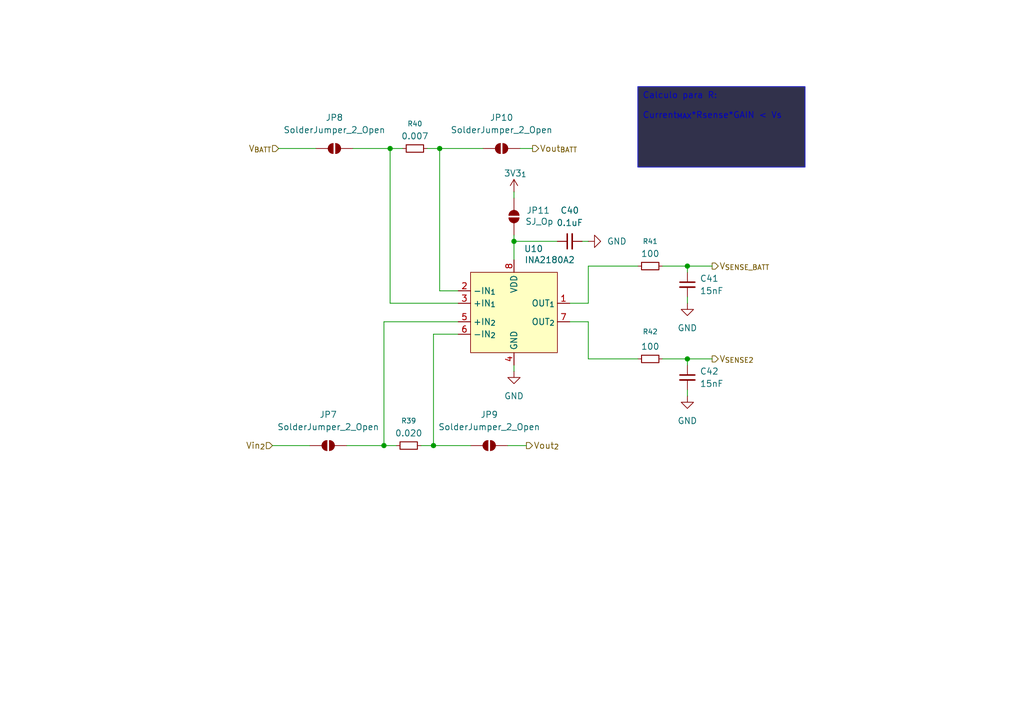
<source format=kicad_sch>
(kicad_sch (version 20250114) (generator "eeschema") (generator_version "9.0")
  (paper "A5")
  (lib_symbols
    (symbol "CompVuelo:INA2180"
      (property "Reference" "U" (at -8.382 9.398 0))
      (property "Value" "INA2180" (at 0 0 0))
      (symbol "INA2180_1_1"
        (rectangle (start -8.89 7.62) (end 8.89 -8.89) (fill (type background)))
        (pin input line (at -11.43 3.81 0) (length 2.54) (name "-IN_{1}") (number "2"))
        (pin input line (at -11.43 1.27 0) (length 2.54) (name "+IN_{1}") (number "3"))
        (pin input line (at -11.43 -2.54 0) (length 2.54) (name "+IN_{2}") (number "5"))
        (pin input line (at -11.43 -5.08 0) (length 2.54) (name "-IN_{2}") (number "6"))
        (pin power_in line (at 0 10.16 270) (length 2.54) (name "VDD") (number "8"))
        (pin passive line (at 0 -11.43 90) (length 2.54) (name "GND") (number "4"))
        (pin output line (at 11.43 1.27 180) (length 2.54) (name "OUT_{1}") (number "1"))
        (pin output line (at 11.43 -2.54 180) (length 2.54) (name "OUT_{2}") (number "7"))
      )
    )
    (symbol "Device:C_Small" (pin_numbers (hide yes)) (pin_names (offset 0.254) (hide yes))
      (property "Reference" "C" (at 0.254 1.778 0))
      (property "Value" "C_Small" (at 0.254 -2.032 0))
      (symbol "C_Small_0_1"
        (polyline (pts (xy -1.524 0.508) (xy 1.524 0.508)) (stroke (width 0.3048)))
        (polyline (pts (xy -1.524 -0.508) (xy 1.524 -0.508)) (stroke (width 0.3302)))
      )
      (symbol "C_Small_1_1"
        (pin passive line (at 0 2.54 270) (length 2.032) (name "~") (number "1"))
        (pin passive line (at 0 -2.54 90) (length 2.032) (name "~") (number "2"))
      )
    )
    (symbol "Device:R_Small" (pin_numbers (hide yes)) (pin_names (offset 0.254) (hide yes))
      (property "Reference" "R" (at 0 0 90))
      (property "Value" "R_Small" (at 1.778 0 90))
      (symbol "R_Small_0_1"
        (rectangle (start -0.762 1.778) (end 0.762 -1.778) (stroke (width 0.2032)))
      )
      (symbol "R_Small_1_1"
        (pin passive line (at 0 2.54 270) (length 0.762) (name "~") (number "1"))
        (pin passive line (at 0 -2.54 90) (length 0.762) (name "~") (number "2"))
      )
    )
    (symbol "Jumper:SolderJumper_2_Open" (pin_numbers (hide yes)) (pin_names (offset 0) (hide yes)) (in_bom no)
      (property "Reference" "JP" (at 0 2.032 0))
      (property "Value" "SolderJumper_2_Open" (at 0 -2.54 0))
      (symbol "SolderJumper_2_Open_0_1"
        (polyline (pts (xy -0.254 1.016) (xy -0.254 -1.016)))
        (arc (start -0.254 -1.016) (mid -1.2656 0) (end -0.254 1.016))
        (arc (start -0.254 -1.016) (mid -1.2656 0) (end -0.254 1.016) (fill (type outline)))
        (arc (start 0.254 1.016) (mid 1.2656 0) (end 0.254 -1.016))
        (arc (start 0.254 1.016) (mid 1.2656 0) (end 0.254 -1.016) (fill (type outline)))
        (polyline (pts (xy 0.254 1.016) (xy 0.254 -1.016)))
      )
      (symbol "SolderJumper_2_Open_1_1"
        (pin passive line (at -3.81 0 0) (length 2.54) (name "A") (number "1"))
        (pin passive line (at 3.81 0 180) (length 2.54) (name "B") (number "2"))
      )
    )
    (symbol "power:+7.5V" (power) (pin_numbers (hide yes)) (pin_names (offset 0) (hide yes))
      (property "Value" "+7.5V" (at 0 3.556 0))
      (symbol "+7.5V_0_1"
        (polyline (pts (xy -0.762 1.27) (xy 0 2.54)))
        (polyline (pts (xy 0 2.54) (xy 0.762 1.27)))
        (polyline (pts (xy 0 0) (xy 0 2.54)))
      )
      (symbol "+7.5V_1_1"
        (pin power_in line (at 0 0 90) (length 0) (name "~") (number "1"))
      )
    )
    (symbol "power:GND" (power) (pin_numbers (hide yes)) (pin_names (offset 0) (hide yes))
      (property "Value" "GND" (at 0 -3.81 0))
      (symbol "GND_0_1"
        (polyline (pts (xy 0 0) (xy 0 -1.27) (xy 1.27 -1.27) (xy 0 -2.54) (xy -1.27 -1.27) (xy 0 -1.27)))
      )
      (symbol "GND_1_1"
        (pin power_in line (at 0 0 270) (length 0) (name "~") (number "1"))
      )
    )
  )
  (text_box "Calculo para R:\n\nCurrent_{MAX}*Rsense*GAIN < Vs\n" (at 130.81 17.78 0) (size 34.29 16.51) (margins 0.9525 0.9525 0.9525 0.9525) (fill (type color) (color 49 49 75 1)) (effects (font (size 1.27 1.27)) (justify left top)))
  (junction (at 90.17 30.48))
  (junction (at 88.9 91.44))
  (junction (at 140.97 73.66))
  (junction (at 80.01 30.48))
  (junction (at 78.74 91.44))
  (junction (at 140.97 54.61))
  (junction (at 105.41 49.53))
  (wire (pts (xy 90.17 30.48) (xy 99.06 30.48)))
  (wire (pts (xy 93.98 62.23) (xy 80.01 62.23)))
  (wire (pts (xy 120.65 73.66) (xy 120.65 66.04)))
  (wire (pts (xy 105.41 76.2) (xy 105.41 74.93)))
  (wire (pts (xy 120.65 62.23) (xy 116.84 62.23)))
  (wire (pts (xy 57.15 30.48) (xy 64.77 30.48)))
  (wire (pts (xy 72.39 30.48) (xy 80.01 30.48)))
  (wire (pts (xy 78.74 91.44) (xy 78.74 66.04)))
  (wire (pts (xy 88.9 68.58) (xy 93.98 68.58)))
  (wire (pts (xy 105.41 49.53) (xy 105.41 53.34)))
  (wire (pts (xy 140.97 74.93) (xy 140.97 73.66)))
  (wire (pts (xy 78.74 91.44) (xy 81.28 91.44)))
  (wire (pts (xy 71.12 91.44) (xy 78.74 91.44)))
  (wire (pts (xy 105.41 39.37) (xy 105.41 40.64)))
  (wire (pts (xy 106.68 30.48) (xy 109.22 30.48)))
  (wire (pts (xy 86.36 91.44) (xy 88.9 91.44)))
  (wire (pts (xy 88.9 91.44) (xy 88.9 68.58)))
  (wire (pts (xy 120.65 49.53) (xy 119.38 49.53)))
  (wire (pts (xy 80.01 62.23) (xy 80.01 30.48)))
  (wire (pts (xy 120.65 66.04) (xy 116.84 66.04)))
  (wire (pts (xy 88.9 91.44) (xy 96.52 91.44)))
  (wire (pts (xy 135.89 54.61) (xy 140.97 54.61)))
  (wire (pts (xy 135.89 73.66) (xy 140.97 73.66)))
  (wire (pts (xy 140.97 55.88) (xy 140.97 54.61)))
  (wire (pts (xy 120.65 73.66) (xy 130.81 73.66)))
  (wire (pts (xy 120.65 54.61) (xy 120.65 62.23)))
  (wire (pts (xy 80.01 30.48) (xy 82.55 30.48)))
  (wire (pts (xy 78.74 66.04) (xy 93.98 66.04)))
  (wire (pts (xy 104.14 91.44) (xy 107.95 91.44)))
  (wire (pts (xy 120.65 54.61) (xy 130.81 54.61)))
  (wire (pts (xy 55.88 91.44) (xy 63.5 91.44)))
  (wire (pts (xy 140.97 54.61) (xy 146.05 54.61)))
  (wire (pts (xy 114.3 49.53) (xy 105.41 49.53)))
  (wire (pts (xy 90.17 59.69) (xy 90.17 30.48)))
  (wire (pts (xy 140.97 81.28) (xy 140.97 80.01)))
  (wire (pts (xy 105.41 48.26) (xy 105.41 49.53)))
  (wire (pts (xy 87.63 30.48) (xy 90.17 30.48)))
  (wire (pts (xy 93.98 59.69) (xy 90.17 59.69)))
  (wire (pts (xy 140.97 73.66) (xy 146.05 73.66)))
  (wire (pts (xy 140.97 62.23) (xy 140.97 60.96)))
  (hierarchical_label "V_{BATT}" (shape input) (at 57.15 30.48 180))
  (hierarchical_label "V_{SENSE2}" (shape output) (at 146.05 73.66 0))
  (hierarchical_label "V_{SENSE_BATT}" (shape output) (at 146.05 54.61 0))
  (hierarchical_label "Vout_{2}" (shape output) (at 107.95 91.44 0))
  (hierarchical_label "Vout_{BATT}" (shape output) (at 109.22 30.48 0))
  (hierarchical_label "Vin_{2}" (shape input) (at 55.88 91.44 180))
  (symbol (lib_id "Device:R_Small") (at 85.09 30.48 90) (unit 1)
    (property "Reference" "R40" (at 85.09 25.4 90) (effects (font (size 1.016 1.016))))
    (property "Value" "0.007" (at 85.09 27.94 90))
    (property "Footprint" "Resistor_SMD:R_1206_3216Metric_Pad1.30x1.75mm_HandSolder" (effects (hide yes)))
    (property "Description" "Resistor, small symbol" (effects (hide yes)))
  )
  (symbol (lib_id "Jumper:SolderJumper_2_Open") (at 67.31 91.44 0) (unit 1) (in_bom no)
    (property "Reference" "JP7" (at 67.31 85.09 0))
    (property "Value" "SolderJumper_2_Open" (at 67.31 87.63 0))
    (property "Footprint" "Jumper:SolderJumper-2_P1.3mm_Open_RoundedPad1.0x1.5mm" (effects (hide yes)))
    (property "Description" "Solder Jumper, 2-pole, open" (effects (hide yes)))
  )
  (symbol (lib_id "Jumper:SolderJumper_2_Open") (at 68.58 30.48 0) (unit 1) (in_bom no)
    (property "Reference" "JP8" (at 68.58 24.13 0))
    (property "Value" "SolderJumper_2_Open" (at 68.58 26.67 0))
    (property "Footprint" "Jumper:SolderJumper-2_P1.3mm_Open_RoundedPad1.0x1.5mm" (effects (hide yes)))
    (property "Description" "Solder Jumper, 2-pole, open" (effects (hide yes)))
  )
  (symbol (lib_id "power:+7.5V") (at 105.41 39.37 0) (unit 1)
    (property "Reference" "#PWR092" (effects (hide yes)))
    (property "Value" "3V3_{1}" (at 105.664 35.56 0))
    (property "Description" "Power symbol creates a global label with name \"+7.5V\"" (effects (hide yes)))
  )
  (symbol (lib_id "Device:R_Small") (at 133.35 73.66 90) (unit 1)
    (property "Reference" "R42" (at 133.35 68.072 90) (effects (font (size 1.016 1.016))))
    (property "Value" "100" (at 133.35 71.12 90))
    (property "Footprint" "Resistor_SMD:R_0805_2012Metric_Pad1.20x1.40mm_HandSolder" (effects (hide yes)))
    (property "Description" "Resistor, small symbol" (effects (hide yes)))
  )
  (symbol (lib_id "Device:R_Small") (at 83.82 91.44 90) (unit 1)
    (property "Reference" "R39" (at 83.82 86.36 90) (effects (font (size 1.016 1.016))))
    (property "Value" "0.020" (at 83.82 88.9 90))
    (property "Footprint" "Resistor_SMD:R_1206_3216Metric_Pad1.30x1.75mm_HandSolder" (effects (hide yes)))
    (property "Description" "Resistor, small symbol" (effects (hide yes)))
  )
  (symbol (lib_id "Device:C_Small") (at 140.97 58.42 0) (unit 1)
    (property "Reference" "C41" (at 143.51 57.1562 0) (effects (justify left)))
    (property "Value" "15nF" (at 143.51 59.6962 0) (effects (justify left)))
    (property "Footprint" "Capacitor_SMD:C_0805_2012Metric_Pad1.18x1.45mm_HandSolder" (effects (hide yes)))
    (property "Description" "Unpolarized capacitor, small symbol" (effects (hide yes)))
  )
  (symbol (lib_id "CompVuelo:INA2180") (at 105.41 63.5 0) (unit 1)
    (property "Reference" "U10" (at 107.442 51.054 0) (effects (justify left)))
    (property "Value" "INA2180A2" (at 107.5533 53.34 0) (effects (justify left)))
    (property "Footprint" "CompVuelo:Texas_S-PDSO-G8_3x3mm_P0.65mm" (effects (hide yes)))
    (property "Datasheet" "https://www.ti.com/lit/ds/symlink/ina2180.pdf" (effects (hide yes)))
    (property "Description" "Low- and High-Side Voltage Output, Current-Sense Amplifiers" (effects (hide yes)))
  )
  (symbol (lib_id "power:GND") (at 140.97 62.23 0) (unit 1)
    (property "Reference" "#PWR095" (effects (hide yes)))
    (property "Value" "GND" (at 140.97 67.31 0))
    (property "Description" "Power symbol creates a global label with name \"GND\" , ground" (effects (hide yes)))
  )
  (symbol (lib_id "power:GND") (at 105.41 76.2 0) (unit 1)
    (property "Reference" "#PWR093" (effects (hide yes)))
    (property "Value" "GND" (at 105.41 81.28 0))
    (property "Description" "Power symbol creates a global label with name \"GND\" , ground" (effects (hide yes)))
  )
  (symbol (lib_id "Jumper:SolderJumper_2_Open") (at 102.87 30.48 0) (unit 1) (in_bom no)
    (property "Reference" "JP10" (at 102.87 24.13 0))
    (property "Value" "SolderJumper_2_Open" (at 102.87 26.67 0))
    (property "Footprint" "Jumper:SolderJumper-2_P1.3mm_Open_RoundedPad1.0x1.5mm" (effects (hide yes)))
    (property "Description" "Solder Jumper, 2-pole, open" (effects (hide yes)))
  )
  (symbol (lib_id "power:GND") (at 140.97 81.28 0) (unit 1)
    (property "Reference" "#PWR096" (effects (hide yes)))
    (property "Value" "GND" (at 140.97 86.36 0))
    (property "Description" "Power symbol creates a global label with name \"GND\" , ground" (effects (hide yes)))
  )
  (symbol (lib_id "power:GND") (at 120.65 49.53 90) (unit 1)
    (property "Reference" "#PWR094" (effects (hide yes)))
    (property "Value" "GND" (at 124.46 49.5299 90) (effects (justify right)))
    (property "Description" "Power symbol creates a global label with name \"GND\" , ground" (effects (hide yes)))
  )
  (symbol (lib_id "Device:R_Small") (at 133.35 54.61 90) (unit 1)
    (property "Reference" "R41" (at 133.35 49.53 90) (effects (font (size 1.016 1.016))))
    (property "Value" "100" (at 133.35 52.07 90))
    (property "Footprint" "Resistor_SMD:R_0805_2012Metric_Pad1.20x1.40mm_HandSolder" (effects (hide yes)))
    (property "Description" "Resistor, small symbol" (effects (hide yes)))
  )
  (symbol (lib_id "Jumper:SolderJumper_2_Open") (at 100.33 91.44 0) (unit 1) (in_bom no)
    (property "Reference" "JP9" (at 100.33 85.09 0))
    (property "Value" "SolderJumper_2_Open" (at 100.33 87.63 0))
    (property "Footprint" "Jumper:SolderJumper-2_P1.3mm_Open_RoundedPad1.0x1.5mm" (effects (hide yes)))
    (property "Description" "Solder Jumper, 2-pole, open" (effects (hide yes)))
  )
  (symbol (lib_id "Device:C_Small") (at 140.97 77.47 0) (unit 1)
    (property "Reference" "C42" (at 143.51 76.2062 0) (effects (justify left)))
    (property "Value" "15nF" (at 143.51 78.7462 0) (effects (justify left)))
    (property "Footprint" "Capacitor_SMD:C_0805_2012Metric_Pad1.18x1.45mm_HandSolder" (effects (hide yes)))
    (property "Description" "Unpolarized capacitor, small symbol" (effects (hide yes)))
  )
  (symbol (lib_id "Device:C_Small") (at 116.84 49.53 90) (unit 1)
    (property "Reference" "C40" (at 116.8463 43.18 90))
    (property "Value" "0.1uF" (at 116.8463 45.72 90))
    (property "Footprint" "Capacitor_SMD:C_0805_2012Metric_Pad1.18x1.45mm_HandSolder" (effects (hide yes)))
    (property "Description" "Unpolarized capacitor, small symbol" (effects (hide yes)))
  )
  (symbol (lib_id "Jumper:SolderJumper_2_Open") (at 105.41 44.45 90) (unit 1) (in_bom no)
    (property "Reference" "JP11" (at 107.95 43.1799 90) (effects (justify right)))
    (property "Value" "SJ_Op" (at 107.696 45.466 90) (effects (justify right)))
    (property "Footprint" "Jumper:SolderJumper-2_P1.3mm_Open_RoundedPad1.0x1.5mm" (effects (hide yes)))
    (property "Description" "Solder Jumper, 2-pole, open" (effects (hide yes)))
  )
)
</source>
